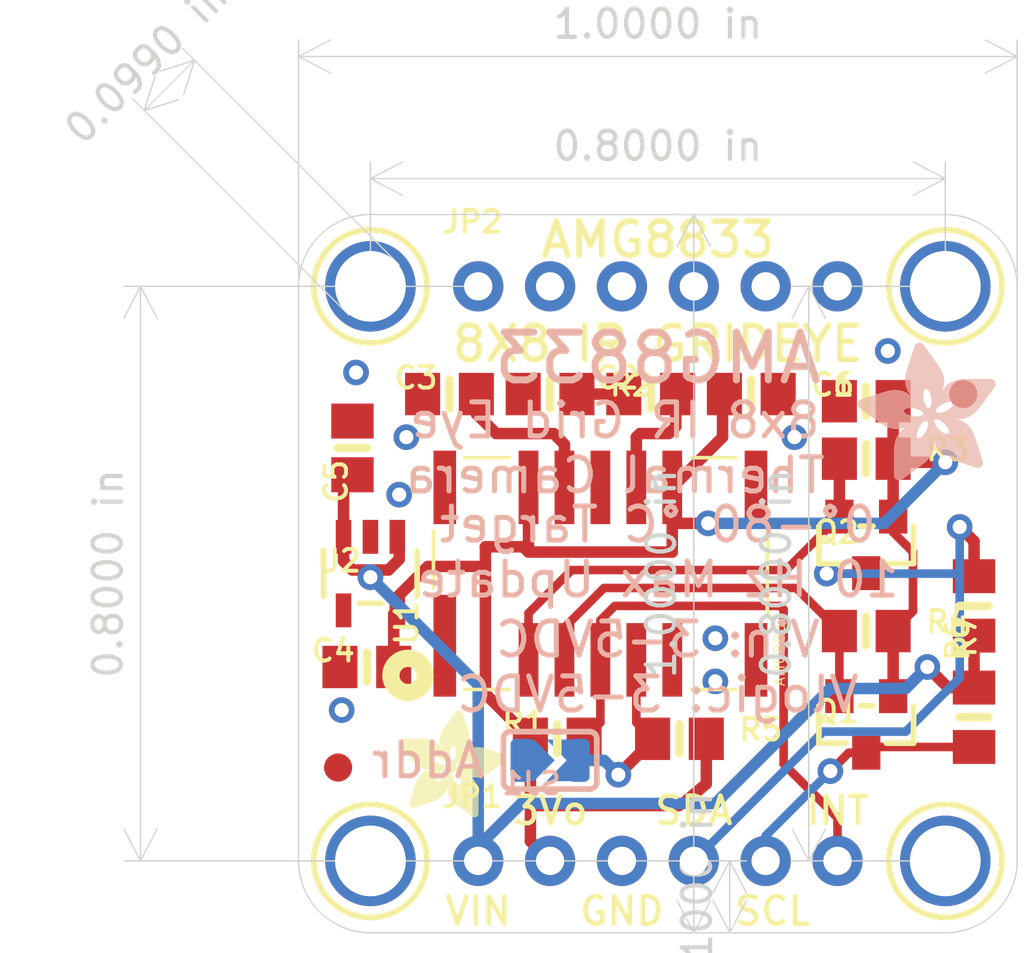
<source format=kicad_pcb>
(kicad_pcb (version 20171130) (host pcbnew "(5.1.5)-3")
  (layers (0 Top signal) (31 Bottom signal) (34 B.Paste user) (35 F.Paste user) (36 B.SilkS user) (37 F.SilkS user) (38 B.Mask user) (39 F.Mask user) (44 Edge.Cuts user))
  (net 0 "")
  (net 1 3.3V)
  (net 2 GND)
  (net 3 VIN)
  (net 4 "Net-(C3-Pad1)")
  (net 5 "Net-(U1-Pad11)")
  (net 6 "Net-(C2-Pad1)")
  (net 7 "Net-(R5-Pad1)")
  (net 8 /INT)
  (net 9 /SCL_3V)
  (net 10 /SDA_3V)
  (net 11 "Net-(C2-Pad2)")
  (net 12 /SDA)
  (net 13 /SCL)
  (net 14 "Net-(U2-Pad4)")
  (net 15 "Net-(JP2-Pad6)")
  (net 16 "Net-(JP2-Pad5)")
  (net 17 "Net-(JP2-Pad4)")
  (net 18 "Net-(JP2-Pad3)")
  (net 19 "Net-(JP2-Pad2)")
  (net 20 "Net-(JP2-Pad1)")
  (module AMG8833_REV-B:AMG8833 (layer Top) (at 152.054766 108.763849)
    (fp_text reference U1 (at -6.4 2.6 90) (layer F.SilkS) (effects (font (size 0.77216 0.77216) (thickness 0.138988)) (justify left bottom)))
    (fp_text value AMG8833 (at 6.554 4.013 90) (layer F.SilkS) (effects (font (size 0.38608 0.38608) (thickness 0.038608)) (justify left bottom)))
    (pad 13 smd rect (at -2.54 -3.05 90) (size 2.6 0.7) (layers Top F.Paste F.Mask) (net 1 3.3V))
    (pad 12 smd rect (at -1.27 -3.05 90) (size 2.6 0.7) (layers Top F.Paste F.Mask) (net 4 "Net-(C3-Pad1)"))
    (pad 11 smd rect (at 0 -3.05 90) (size 2.6 0.7) (layers Top F.Paste F.Mask) (net 5 "Net-(U1-Pad11)"))
    (pad 10 smd rect (at 1.27 -3.05 90) (size 2.6 0.7) (layers Top F.Paste F.Mask) (net 6 "Net-(C2-Pad1)"))
    (pad 9 smd rect (at 2.54 -3.05 90) (size 2.6 0.7) (layers Top F.Paste F.Mask) (net 1 3.3V))
    (pad 6 smd rect (at 2.54 3.05 90) (size 2.6 0.7) (layers Top F.Paste F.Mask) (net 2 GND))
    (pad 5 smd rect (at 1.27 3.05 90) (size 2.6 0.7) (layers Top F.Paste F.Mask) (net 7 "Net-(R5-Pad1)"))
    (pad 4 smd rect (at 0 3.05 90) (size 2.6 0.7) (layers Top F.Paste F.Mask) (net 8 /INT))
    (pad 3 smd rect (at -1.27 3.05 90) (size 2.6 0.7) (layers Top F.Paste F.Mask) (net 9 /SCL_3V))
    (pad 2 smd rect (at -2.54 3.05 90) (size 2.6 0.7) (layers Top F.Paste F.Mask) (net 10 /SDA_3V))
    (pad 1 smd rect (at -5.5 2.55 90) (size 3.6 0.8) (layers Top F.Paste F.Mask))
    (pad 7 smd rect (at 5.5 3.05 90) (size 2.6 0.8) (layers Top F.Paste F.Mask))
    (pad 14 smd rect (at -5.5 -3.05 90) (size 2.6 0.8) (layers Top F.Paste F.Mask))
    (pad 8 smd rect (at 5.5 -3.05 90) (size 2.6 0.8) (layers Top F.Paste F.Mask))
  )
  (module AMG8833_REV-B:SOLDERJUMPER_ARROW_NOPASTE (layer Bottom) (at 150.276766 115.367849)
    (fp_text reference SJ1 (at -1.778 1.27) (layer B.SilkS) (effects (font (size 0.77216 0.77216) (thickness 0.138988)) (justify right bottom mirror)))
    (fp_text value ADDR)
    (fp_poly (pts (xy -0.127 0.7366) (xy 0.5842 0) (xy -0.127 -0.7366) (xy 1.143 -0.7366) (xy 1.143 0.7366)) (layer Bottom) (width 0))
    (fp_poly (pts (xy -1.143 0.7366) (xy -0.5715 0.7366) (xy 0.1651 0) (xy -0.5715 -0.7366) (xy -1.143 -0.7366)) (layer Bottom) (width 0))
    (pad 2 smd roundrect (at 1.016 0) (size 0.762 1.524) (layers Bottom B.Mask) (net 7 "Net-(R5-Pad1)"))
    (pad 1 smd roundrect (at -1.016 0) (size 0.762 1.524) (layers Bottom B.Mask) (net 2 GND))
  )
  (module AMG8833_REV-B:0805-NO (layer Top) (at 161.452766 102.667849 180)
    (fp_text reference C1 (at 2.032 0.127) (layer F.SilkS) (effects (font (size 0.77216 0.77216) (thickness 0.138988)) (justify left bottom)))
    (fp_text value 10uF)
    (pad 2 smd rect (at 0.95 0 180) (size 1.24 1.5) (layers Top F.Paste F.Mask) (net 2 GND))
    (pad 1 smd rect (at -0.95 0 180) (size 1.24 1.5) (layers Top F.Paste F.Mask) (net 1 3.3V))
  )
  (module AMG8833_REV-B:0805-NO (layer Top) (at 153.832766 102.413849 180)
    (fp_text reference C2 (at 2.032 0.127) (layer F.SilkS) (effects (font (size 0.77216 0.77216) (thickness 0.138988)) (justify left bottom)))
    (fp_text value 1uF)
    (pad 2 smd rect (at 0.95 0 180) (size 1.24 1.5) (layers Top F.Paste F.Mask) (net 11 "Net-(C2-Pad2)"))
    (pad 1 smd rect (at -0.95 0 180) (size 1.24 1.5) (layers Top F.Paste F.Mask) (net 6 "Net-(C2-Pad1)"))
  )
  (module AMG8833_REV-B:0805-NO (layer Top) (at 146.720766 102.413849 180)
    (fp_text reference C3 (at 2.032 0.127) (layer F.SilkS) (effects (font (size 0.77216 0.77216) (thickness 0.138988)) (justify left bottom)))
    (fp_text value 2.2uF)
    (pad 2 smd rect (at 0.95 0 180) (size 1.24 1.5) (layers Top F.Paste F.Mask) (net 2 GND))
    (pad 1 smd rect (at -0.95 0 180) (size 1.24 1.5) (layers Top F.Paste F.Mask) (net 4 "Net-(C3-Pad1)"))
  )
  (module AMG8833_REV-B:0805-NO (layer Top) (at 150.276766 102.413849)
    (fp_text reference R2 (at 2.032 0.127) (layer F.SilkS) (effects (font (size 0.77216 0.77216) (thickness 0.138988)) (justify left bottom)))
    (fp_text value 22)
    (pad 2 smd rect (at 0.95 0) (size 1.24 1.5) (layers Top F.Paste F.Mask) (net 11 "Net-(C2-Pad2)"))
    (pad 1 smd rect (at -0.95 0) (size 1.24 1.5) (layers Top F.Paste F.Mask) (net 2 GND))
  )
  (module AMG8833_REV-B:0805-NO (layer Top) (at 161.452766 104.699849)
    (fp_text reference R3 (at 2.032 0.127) (layer F.SilkS) (effects (font (size 0.77216 0.77216) (thickness 0.138988)) (justify left bottom)))
    (fp_text value 10K)
    (pad 2 smd rect (at 0.95 0) (size 1.24 1.5) (layers Top F.Paste F.Mask) (net 1 3.3V))
    (pad 1 smd rect (at -0.95 0) (size 1.24 1.5) (layers Top F.Paste F.Mask) (net 10 /SDA_3V))
  )
  (module AMG8833_REV-B:0805-NO (layer Top) (at 161.452766 110.795849)
    (fp_text reference R4 (at 2.032 0.127) (layer F.SilkS) (effects (font (size 0.77216 0.77216) (thickness 0.138988)) (justify left bottom)))
    (fp_text value 10K)
    (pad 2 smd rect (at 0.95 0) (size 1.24 1.5) (layers Top F.Paste F.Mask) (net 1 3.3V))
    (pad 1 smd rect (at -0.95 0) (size 1.24 1.5) (layers Top F.Paste F.Mask) (net 9 /SCL_3V))
  )
  (module AMG8833_REV-B:0805-NO (layer Top) (at 150.530766 114.605849 180)
    (fp_text reference R1 (at 2.032 0.127) (layer F.SilkS) (effects (font (size 0.77216 0.77216) (thickness 0.138988)) (justify left bottom)))
    (fp_text value 10K)
    (pad 2 smd rect (at 0.95 0 180) (size 1.24 1.5) (layers Top F.Paste F.Mask) (net 1 3.3V))
    (pad 1 smd rect (at -0.95 0 180) (size 1.24 1.5) (layers Top F.Paste F.Mask) (net 8 /INT))
  )
  (module AMG8833_REV-B:0805-NO (layer Top) (at 154.848766 114.605849)
    (fp_text reference R5 (at 2.032 0.127) (layer F.SilkS) (effects (font (size 0.77216 0.77216) (thickness 0.138988)) (justify left bottom)))
    (fp_text value 10K)
    (pad 2 smd rect (at 0.95 0) (size 1.24 1.5) (layers Top F.Paste F.Mask) (net 1 3.3V))
    (pad 1 smd rect (at -0.95 0) (size 1.24 1.5) (layers Top F.Paste F.Mask) (net 7 "Net-(R5-Pad1)"))
  )
  (module AMG8833_REV-B:0805_10MGAP (layer Top) (at 165.262766 109.906849 270)
    (fp_text reference R6 (at 2.032 0.127 90) (layer F.SilkS) (effects (font (size 0.77216 0.77216) (thickness 0.138988)) (justify left bottom)))
    (fp_text value 10K)
    (pad 2 smd rect (at 1.05 0 270) (size 1.2 1.5) (layers Top F.Paste F.Mask) (net 3 VIN))
    (pad 1 smd rect (at -1.05 0 270) (size 1.2 1.5) (layers Top F.Paste F.Mask) (net 12 /SDA))
  )
  (module AMG8833_REV-B:0805_10MGAP (layer Top) (at 165.262766 113.843849 90)
    (fp_text reference R7 (at 2.032 0.127 90) (layer F.SilkS) (effects (font (size 0.77216 0.77216) (thickness 0.138988)) (justify left bottom)))
    (fp_text value 10K)
    (pad 2 smd rect (at 1.05 0 90) (size 1.2 1.5) (layers Top F.Paste F.Mask) (net 3 VIN))
    (pad 1 smd rect (at -1.05 0 90) (size 1.2 1.5) (layers Top F.Paste F.Mask) (net 13 /SCL))
  )
  (module AMG8833_REV-B:SOT23-5 (layer Top) (at 143.926766 108.763849 180)
    (fp_text reference U2 (at 1.978 0) (layer F.SilkS) (effects (font (size 0.77216 0.77216) (thickness 0.138988)) (justify left bottom)))
    (fp_text value mic5225-3.3)
    (pad 5 smd rect (at -0.95 -1.3001 180) (size 0.55 1.2) (layers Top F.Paste F.Mask) (net 1 3.3V))
    (pad 4 smd rect (at 0.95 -1.3001 180) (size 0.55 1.2) (layers Top F.Paste F.Mask) (net 14 "Net-(U2-Pad4)"))
    (pad 3 smd rect (at 0.95 1.3001 180) (size 0.55 1.2) (layers Top F.Paste F.Mask) (net 3 VIN))
    (pad 2 smd rect (at 0 1.3001 180) (size 0.55 1.2) (layers Top F.Paste F.Mask) (net 2 GND))
    (pad 1 smd rect (at -0.95 1.3001 180) (size 0.55 1.2) (layers Top F.Paste F.Mask) (net 3 VIN))
  )
  (module AMG8833_REV-B:0805-NO (layer Top) (at 143.291766 104.318849 270)
    (fp_text reference C5 (at 2.032 0.127 90) (layer F.SilkS) (effects (font (size 0.77216 0.77216) (thickness 0.138988)) (justify left bottom)))
    (fp_text value 10uF)
    (pad 2 smd rect (at 0.95 0 270) (size 1.24 1.5) (layers Top F.Paste F.Mask) (net 3 VIN))
    (pad 1 smd rect (at -0.95 0 270) (size 1.24 1.5) (layers Top F.Paste F.Mask) (net 2 GND))
  )
  (module AMG8833_REV-B:1X06_ROUND_70 (layer Top) (at 154.086766 118.923849)
    (fp_text reference JP1 (at -7.6962 -1.8288) (layer F.SilkS) (effects (font (size 0.77216 0.77216) (thickness 0.138988)) (justify left bottom)))
    (fp_text value HEADER-1X670MIL)
    (pad 6 thru_hole circle (at 6.35 0 90) (size 1.778 1.778) (drill 1) (layers *.Cu *.Mask) (net 8 /INT))
    (pad 5 thru_hole circle (at 3.81 0 90) (size 1.778 1.778) (drill 1) (layers *.Cu *.Mask) (net 13 /SCL))
    (pad 4 thru_hole circle (at 1.27 0 90) (size 1.778 1.778) (drill 1) (layers *.Cu *.Mask) (net 12 /SDA))
    (pad 3 thru_hole circle (at -1.27 0 90) (size 1.778 1.778) (drill 1) (layers *.Cu *.Mask) (net 2 GND))
    (pad 2 thru_hole circle (at -3.81 0 90) (size 1.778 1.778) (drill 1) (layers *.Cu *.Mask) (net 1 3.3V))
    (pad 1 thru_hole circle (at -6.35 0 90) (size 1.778 1.778) (drill 1) (layers *.Cu *.Mask) (net 3 VIN))
  )
  (module AMG8833_REV-B:FIDUCIAL_1MM (layer Top) (at 164.881766 102.413849)
    (fp_text reference FID2 hide)
    (fp_text value FIDUCIAL_1MM hide)
    (pad 1 smd roundrect (at 0 0) (size 1 1) (layers Top F.Mask) (roundrect_rratio 0.5))
  )
  (module AMG8833_REV-B:FIDUCIAL_1MM (layer Top) (at 142.783766 115.621849)
    (fp_text reference FID3 hide)
    (fp_text value FIDUCIAL_1MM hide)
    (pad 1 smd roundrect (at 0 0) (size 1 1) (layers Top F.Mask) (roundrect_rratio 0.5))
  )
  (module AMG8833_REV-B:MOUNTINGHOLE_2.5_PLATED (layer Top) (at 164.246766 118.923849)
    (fp_text reference U$16 hide)
    (fp_text value MOUNTINGHOLE2.5 hide)
    (pad P$1 thru_hole circle (at 0 0) (size 3.2 3.2) (drill 2.5) (layers *.Cu *.Mask))
  )
  (module AMG8833_REV-B:MOUNTINGHOLE_2.5_PLATED (layer Top) (at 143.926766 98.603849)
    (fp_text reference U$17 hide)
    (fp_text value MOUNTINGHOLE2.5 hide)
    (pad P$1 thru_hole circle (at 0 0) (size 3.2 3.2) (drill 2.5) (layers *.Cu *.Mask))
  )
  (module AMG8833_REV-B:MOUNTINGHOLE_2.5_PLATED (layer Top) (at 164.246766 98.603849)
    (fp_text reference U$18 hide)
    (fp_text value MOUNTINGHOLE2.5 hide)
    (pad P$1 thru_hole circle (at 0 0) (size 3.2 3.2) (drill 2.5) (layers *.Cu *.Mask))
  )
  (module AMG8833_REV-B:MOUNTINGHOLE_2.5_PLATED (layer Top) (at 143.926766 118.923849)
    (fp_text reference U$19 hide)
    (fp_text value MOUNTINGHOLE2.5 hide)
    (pad P$1 thru_hole circle (at 0 0) (size 3.2 3.2) (drill 2.5) (layers *.Cu *.Mask))
  )
  (module AMG8833_REV-B:0805-NO (layer Top) (at 143.799766 112.065849 180)
    (fp_text reference C4 (at 2.032 0.127) (layer F.SilkS) (effects (font (size 0.77216 0.77216) (thickness 0.138988)) (justify left bottom)))
    (fp_text value 10uF)
    (pad 2 smd rect (at 0.95 0 180) (size 1.24 1.5) (layers Top F.Paste F.Mask) (net 2 GND))
    (pad 1 smd rect (at -0.95 0 180) (size 1.24 1.5) (layers Top F.Paste F.Mask) (net 1 3.3V))
  )
  (module AMG8833_REV-B:SOT23-WIDE (layer Top) (at 161.452766 107.747849 180)
    (fp_text reference Q2 (at 1.905 0) (layer F.SilkS) (effects (font (size 0.77216 0.77216) (thickness 0.138988)) (justify left bottom)))
    (fp_text value BSS138)
    (pad 1 smd rect (at -0.95 1 180) (size 1 1.2) (layers Top F.Paste F.Mask) (net 1 3.3V))
    (pad 2 smd rect (at 0.95 1 180) (size 1 1.2) (layers Top F.Paste F.Mask) (net 10 /SDA_3V))
    (pad 3 smd rect (at 0 -1 180) (size 1 1.2) (layers Top F.Paste F.Mask) (net 12 /SDA))
  )
  (module AMG8833_REV-B:SOT23-WIDE (layer Top) (at 161.452766 114.097849 180)
    (fp_text reference Q1 (at 1.905 0) (layer F.SilkS) (effects (font (size 0.77216 0.77216) (thickness 0.138988)) (justify left bottom)))
    (fp_text value BSS138)
    (pad 1 smd rect (at -0.95 1 180) (size 1 1.2) (layers Top F.Paste F.Mask) (net 1 3.3V))
    (pad 2 smd rect (at 0.95 1 180) (size 1 1.2) (layers Top F.Paste F.Mask) (net 9 /SCL_3V))
    (pad 3 smd rect (at 0 -1 180) (size 1 1.2) (layers Top F.Paste F.Mask) (net 13 /SCL))
  )
  (module AMG8833_REV-B:0805-NO (layer Top) (at 157.388766 102.413849)
    (fp_text reference C6 (at 2.032 0.127) (layer F.SilkS) (effects (font (size 0.77216 0.77216) (thickness 0.138988)) (justify left bottom)))
    (fp_text value 0.1uF)
    (pad 2 smd rect (at 0.95 0) (size 1.24 1.5) (layers Top F.Paste F.Mask) (net 2 GND))
    (pad 1 smd rect (at -0.95 0) (size 1.24 1.5) (layers Top F.Paste F.Mask) (net 1 3.3V))
  )
  (module AMG8833_REV-B:1X06_ROUND_70 (layer Top) (at 154.086766 98.603849)
    (fp_text reference JP2 (at -7.6962 -1.8288) (layer F.SilkS) (effects (font (size 0.77216 0.77216) (thickness 0.146304)) (justify left bottom)))
    (fp_text value HEADER-1X670MIL)
    (pad 6 thru_hole circle (at 6.35 0 90) (size 1.778 1.778) (drill 1) (layers *.Cu *.Mask) (net 15 "Net-(JP2-Pad6)"))
    (pad 5 thru_hole circle (at 3.81 0 90) (size 1.778 1.778) (drill 1) (layers *.Cu *.Mask) (net 16 "Net-(JP2-Pad5)"))
    (pad 4 thru_hole circle (at 1.27 0 90) (size 1.778 1.778) (drill 1) (layers *.Cu *.Mask) (net 17 "Net-(JP2-Pad4)"))
    (pad 3 thru_hole circle (at -1.27 0 90) (size 1.778 1.778) (drill 1) (layers *.Cu *.Mask) (net 18 "Net-(JP2-Pad3)"))
    (pad 2 thru_hole circle (at -3.81 0 90) (size 1.778 1.778) (drill 1) (layers *.Cu *.Mask) (net 19 "Net-(JP2-Pad2)"))
    (pad 1 thru_hole circle (at -6.35 0 90) (size 1.778 1.778) (drill 1) (layers *.Cu *.Mask) (net 20 "Net-(JP2-Pad1)"))
  )
  (module AMG8833_REV-B:ADAFRUIT_5MM (layer Bottom) (at 166.024766 105.461849 180)
    (fp_text reference U$28 hide)
    (fp_text value "" hide)
  )
  (module AMG8833_REV-B:ADAFRUIT_3.5MM (layer Top) (at 144.942766 117.399849)
    (fp_text reference U$21 hide)
    (fp_text value "" hide)
  )
  (gr_line (start 141.386766 118.923849) (end 141.386766 98.603849) (layer Edge.Cuts) (width 0.05))
  (gr_arc (start 143.926766 98.603849) (end 141.386766 98.603849) (angle 90) (layer Edge.Cuts) (width 0.05))
  (gr_line (start 143.926766 96.063849) (end 164.246766 96.063849) (layer Edge.Cuts) (width 0.05))
  (gr_arc (start 164.246766 98.603849) (end 164.246766 96.063849) (angle 90) (layer Edge.Cuts) (width 0.05))
  (gr_line (start 166.786766 98.603849) (end 166.786766 118.923849) (layer Edge.Cuts) (width 0.05))
  (gr_arc (start 164.246766 118.923849) (end 166.786766 118.923849) (angle 90) (layer Edge.Cuts) (width 0.05))
  (gr_line (start 164.246766 121.463849) (end 143.926766 121.463849) (layer Edge.Cuts) (width 0.05))
  (gr_arc (start 143.926766 118.923849) (end 143.926766 121.463849) (angle 90) (layer Edge.Cuts) (width 0.05))
  (gr_text "8X8 IR GRIDEYE" (at 154.086766 100.635849) (layer F.SilkS) (effects (font (size 1.2065 1.2065) (thickness 0.2032))))
  (gr_text VIN (at 147.736766 120.701849) (layer F.SilkS) (effects (font (size 0.9652 0.9652) (thickness 0.16256))))
  (gr_text 3Vo (at 150.276766 117.145849) (layer F.SilkS) (effects (font (size 0.9652 0.9652) (thickness 0.16256))))
  (gr_text GND (at 152.816766 120.701849) (layer F.SilkS) (effects (font (size 0.9652 0.9652) (thickness 0.16256))))
  (gr_text SDA (at 155.356766 117.145849) (layer F.SilkS) (effects (font (size 0.9652 0.9652) (thickness 0.16256))))
  (gr_text SCL (at 158.150766 120.701849) (layer F.SilkS) (effects (font (size 0.9652 0.9652) (thickness 0.16256))))
  (gr_text INT (at 160.436766 117.145849) (layer F.SilkS) (effects (font (size 0.9652 0.9652) (thickness 0.16256))))
  (gr_text AMG8833 (at 154.086766 96.952849) (layer F.SilkS) (effects (font (size 1.2065 1.2065) (thickness 0.2032))))
  (gr_text AMG8833 (at 154.086766 101.143849) (layer B.SilkS) (effects (font (size 1.6891 1.6891) (thickness 0.24892)) (justify mirror)))
  (gr_text "8x8 IR Grid Eye\nThermal Camera" (at 152.562766 104.318849) (layer B.SilkS) (effects (font (size 1.2065 1.2065) (thickness 0.1778)) (justify mirror)))
  (gr_text "0°-80 °C Target\n10 Hz Max Update" (at 154.086766 108.001849) (layer B.SilkS) (effects (font (size 1.2065 1.2065) (thickness 0.1778)) (justify mirror)))
  (gr_text "Vin: 3-5VDC\nVlogic: 3-5VDC" (at 154.086766 112.065849) (layer B.SilkS) (effects (font (size 1.2065 1.2065) (thickness 0.1778)) (justify mirror)))
  (gr_text Addr (at 145.958766 115.367849) (layer B.SilkS) (effects (font (size 1.2065 1.2065) (thickness 0.1778)) (justify mirror)))
  (dimension 20.32 (width 0.05) (layer Edge.Cuts) (gr_text "20.320 mm" (at 154.086766 93.593849) (layer Edge.Cuts) (effects (font (size 1 1) (thickness 0.15)))) (feature1 (pts (xy 164.246766 98.603849) (xy 164.246766 94.207428))) (feature2 (pts (xy 143.926766 98.603849) (xy 143.926766 94.207428))) (crossbar (pts (xy 143.926766 94.793849) (xy 164.246766 94.793849))) (arrow1a (pts (xy 164.246766 94.793849) (xy 163.120262 95.38027))) (arrow1b (pts (xy 164.246766 94.793849) (xy 163.120262 94.207428))) (arrow2a (pts (xy 143.926766 94.793849) (xy 145.05327 95.38027))) (arrow2b (pts (xy 143.926766 94.793849) (xy 145.05327 94.207428))))
  (dimension 25.4 (width 0.05) (layer Edge.Cuts) (gr_text "25.400 mm" (at 154.086766 89.275849) (layer Edge.Cuts) (effects (font (size 1 1) (thickness 0.15)))) (feature1 (pts (xy 166.786766 98.603849) (xy 166.786766 89.889428))) (feature2 (pts (xy 141.386766 98.603849) (xy 141.386766 89.889428))) (crossbar (pts (xy 141.386766 90.475849) (xy 166.786766 90.475849))) (arrow1a (pts (xy 166.786766 90.475849) (xy 165.660262 91.06227))) (arrow1b (pts (xy 166.786766 90.475849) (xy 165.660262 89.889428))) (arrow2a (pts (xy 141.386766 90.475849) (xy 142.51327 91.06227))) (arrow2b (pts (xy 141.386766 90.475849) (xy 142.51327 89.889428))))
  (dimension 20.32 (width 0.05) (layer Edge.Cuts) (gr_text "20.320 mm" (at 158.220766 108.763849 270) (layer Edge.Cuts) (effects (font (size 1 1) (thickness 0.15)))) (feature1 (pts (xy 164.246766 118.923849) (xy 158.834345 118.923849))) (feature2 (pts (xy 164.246766 98.603849) (xy 158.834345 98.603849))) (crossbar (pts (xy 159.420766 98.603849) (xy 159.420766 118.923849))) (arrow1a (pts (xy 159.420766 118.923849) (xy 158.834345 117.797345))) (arrow1b (pts (xy 159.420766 118.923849) (xy 160.007187 117.797345))) (arrow2a (pts (xy 159.420766 98.603849) (xy 158.834345 99.730353))) (arrow2b (pts (xy 159.420766 98.603849) (xy 160.007187 99.730353))))
  (dimension 25.4 (width 0.05) (layer Edge.Cuts) (gr_text "25.400 mm" (at 154.156766 108.763849 270) (layer Edge.Cuts) (effects (font (size 1 1) (thickness 0.15)))) (feature1 (pts (xy 164.246766 121.463849) (xy 154.770345 121.463849))) (feature2 (pts (xy 164.246766 96.063849) (xy 154.770345 96.063849))) (crossbar (pts (xy 155.356766 96.063849) (xy 155.356766 121.463849))) (arrow1a (pts (xy 155.356766 121.463849) (xy 154.770345 120.337345))) (arrow1b (pts (xy 155.356766 121.463849) (xy 155.943187 120.337345))) (arrow2a (pts (xy 155.356766 96.063849) (xy 154.770345 97.190353))) (arrow2b (pts (xy 155.356766 96.063849) (xy 155.943187 97.190353))))
  (dimension 2.514472 (width 0.05) (layer Edge.Cuts) (gr_text "2.514 mm" (at 135.972623 90.649706 45) (layer Edge.Cuts) (effects (font (size 1 1) (thickness 0.15)))) (feature1 (pts (xy 144.942766 97.841849) (xy 137.295489 90.194572))) (feature2 (pts (xy 143.164766 99.619849) (xy 135.517489 91.972572))) (crossbar (pts (xy 135.932151 92.387234) (xy 137.710151 90.609234))) (arrow1a (pts (xy 137.710151 90.609234) (xy 137.328255 91.820455))) (arrow1b (pts (xy 137.710151 90.609234) (xy 136.49893 90.99113))) (arrow2a (pts (xy 135.932151 92.387234) (xy 137.143372 92.005338))) (arrow2b (pts (xy 135.932151 92.387234) (xy 136.314047 91.176013))))
  (dimension 2.54 (width 0.05) (layer Edge.Cuts) (gr_text "2.540 mm" (at 157.826766 120.193849 270) (layer Edge.Cuts) (effects (font (size 1 1) (thickness 0.15)))) (feature1 (pts (xy 147.736766 121.463849) (xy 157.213187 121.463849))) (feature2 (pts (xy 147.736766 118.923849) (xy 157.213187 118.923849))) (crossbar (pts (xy 156.626766 118.923849) (xy 156.626766 121.463849))) (arrow1a (pts (xy 156.626766 121.463849) (xy 156.040345 120.337345))) (arrow1b (pts (xy 156.626766 121.463849) (xy 157.213187 120.337345))) (arrow2a (pts (xy 156.626766 118.923849) (xy 156.040345 120.050353))) (arrow2b (pts (xy 156.626766 118.923849) (xy 157.213187 120.050353))))
  (dimension 20.32 (width 0.05) (layer Edge.Cuts) (gr_text "20.320 mm" (at 134.598766 108.763849 90) (layer Edge.Cuts) (effects (font (size 1 1) (thickness 0.15)))) (feature1 (pts (xy 147.736766 98.603849) (xy 135.212345 98.603849))) (feature2 (pts (xy 147.736766 118.923849) (xy 135.212345 118.923849))) (crossbar (pts (xy 135.798766 118.923849) (xy 135.798766 98.603849))) (arrow1a (pts (xy 135.798766 98.603849) (xy 136.385187 99.730353))) (arrow1b (pts (xy 135.798766 98.603849) (xy 135.212345 99.730353))) (arrow2a (pts (xy 135.798766 118.923849) (xy 136.385187 117.797345))) (arrow2b (pts (xy 135.798766 118.923849) (xy 135.212345 117.797345))))
  (segment (start 160.502766 104.699849) (end 160.502766 106.747849) (width 0.4064) (layer Top) (net 10))
  (segment (start 149.514766 111.813849) (end 149.514766 110.160849) (width 0.3048) (layer Top) (net 10))
  (segment (start 149.514766 110.160849) (end 151.038766 108.636849) (width 0.3048) (layer Top) (net 10))
  (segment (start 151.038766 108.636849) (end 158.613766 108.636849) (width 0.3048) (layer Top) (net 10))
  (segment (start 158.613766 108.636849) (end 160.502766 106.747849) (width 0.3048) (layer Top) (net 10))
  (segment (start 154.594766 105.713849) (end 154.594766 106.985849) (width 0.4064) (layer Top) (net 1))
  (segment (start 154.594766 106.985849) (end 154.594766 108.001849) (width 0.4064) (layer Top) (net 1))
  (segment (start 154.594766 108.001849) (end 149.514766 108.001849) (width 0.4064) (layer Top) (net 1))
  (segment (start 149.514766 108.001849) (end 149.514766 105.713849) (width 0.4064) (layer Top) (net 1))
  (segment (start 147.990766 107.813849) (end 149.326766 107.813849) (width 0.4064) (layer Top) (net 1))
  (segment (start 149.326766 107.813849) (end 149.514766 108.001849) (width 0.4064) (layer Top) (net 1))
  (segment (start 154.594766 105.713849) (end 154.596766 105.713849) (width 0.4064) (layer Top) (net 1))
  (segment (start 154.596766 105.713849) (end 156.372766 103.937849) (width 0.4064) (layer Top) (net 1))
  (segment (start 156.372766 103.937849) (end 156.372766 102.733849) (width 0.4064) (layer Top) (net 1))
  (segment (start 156.372766 102.733849) (end 156.438766 102.413849) (width 0.4064) (layer Top) (net 1))
  (segment (start 156.372766 102.601849) (end 156.438766 102.413849) (width 0.4064) (layer Top) (net 1))
  (segment (start 150.276766 118.923849) (end 149.580766 118.227849) (width 0.4064) (layer Top) (net 1))
  (segment (start 149.580766 118.227849) (end 149.580766 117.018849) (width 0.4064) (layer Top) (net 1))
  (segment (start 149.580766 117.018849) (end 149.580766 114.605849) (width 0.4064) (layer Top) (net 1))
  (segment (start 149.580766 114.605849) (end 147.990766 113.015849) (width 0.4064) (layer Top) (net 1))
  (segment (start 147.990766 113.015849) (end 147.990766 108.509849) (width 0.4064) (layer Top) (net 1))
  (segment (start 147.990766 108.509849) (end 147.990766 107.813849) (width 0.4064) (layer Top) (net 1))
  (segment (start 162.341766 102.606849) (end 162.402766 102.667849) (width 0.4064) (layer Top) (net 1))
  (segment (start 162.402766 102.667849) (end 162.402766 104.699849) (width 0.4064) (layer Top) (net 1))
  (segment (start 162.402766 104.699849) (end 162.402766 105.207849) (width 0.4064) (layer Top) (net 1))
  (segment (start 162.402766 105.207849) (end 162.402766 106.747849) (width 0.4064) (layer Top) (net 1))
  (segment (start 162.402766 110.795849) (end 162.402766 113.097849) (width 0.4064) (layer Top) (net 1))
  (segment (start 155.798766 114.605849) (end 155.798766 116.195849) (width 0.4064) (layer Top) (net 1))
  (segment (start 155.798766 116.195849) (end 154.975766 116.891849) (width 0.4064) (layer Top) (net 1))
  (segment (start 162.402766 106.747849) (end 162.402766 107.300849) (width 0.3048) (layer Top) (net 1))
  (segment (start 162.402766 107.300849) (end 163.103766 108.001849) (width 0.3048) (layer Top) (net 1))
  (segment (start 163.103766 108.001849) (end 163.103766 110.094849) (width 0.3048) (layer Top) (net 1))
  (segment (start 163.103766 110.094849) (end 162.402766 110.795849) (width 0.3048) (layer Top) (net 1))
  (segment (start 154.975766 116.891849) (end 154.848766 117.018849) (width 0.3048) (layer Top) (net 1))
  (segment (start 154.848766 117.018849) (end 149.580766 117.018849) (width 0.3048) (layer Top) (net 1))
  (segment (start 154.594766 106.985849) (end 155.864766 106.985849) (width 0.4064) (layer Top) (net 1))
  (via (at 155.864766 106.985849) (size 0.9064) (drill 0.5) (layers Top Bottom) (net 1))
  (segment (start 155.864766 106.985849) (end 162.087766 106.985849) (width 0.4064) (layer Bottom) (net 1))
  (segment (start 162.087766 106.985849) (end 164.246766 104.826849) (width 0.4064) (layer Bottom) (net 1))
  (via (at 164.246766 104.826849) (size 0.9064) (drill 0.5) (layers Top Bottom) (net 1))
  (segment (start 164.246766 104.826849) (end 162.783766 104.826849) (width 0.4064) (layer Top) (net 1))
  (segment (start 162.783766 104.826849) (end 162.402766 105.207849) (width 0.4064) (layer Top) (net 1))
  (segment (start 144.876766 110.063949) (end 144.876766 109.591849) (width 0.4064) (layer Top) (net 1))
  (segment (start 144.876766 109.591849) (end 145.958766 108.509849) (width 0.4064) (layer Top) (net 1))
  (segment (start 145.958766 108.509849) (end 147.990766 108.509849) (width 0.4064) (layer Top) (net 1))
  (segment (start 144.876766 110.063949) (end 144.749766 110.190949) (width 0.4064) (layer Top) (net 1))
  (segment (start 144.749766 110.190949) (end 144.749766 112.065849) (width 0.4064) (layer Top) (net 1))
  (segment (start 160.502766 113.097849) (end 160.502766 110.795849) (width 0.3048) (layer Top) (net 9))
  (segment (start 150.784766 111.813849) (end 150.784766 110.668849) (width 0.3048) (layer Top) (net 9))
  (segment (start 150.784766 110.668849) (end 152.181766 109.271849) (width 0.3048) (layer Top) (net 9))
  (segment (start 152.181766 109.271849) (end 158.978766 109.271849) (width 0.3048) (layer Top) (net 9))
  (segment (start 158.978766 109.271849) (end 160.502766 110.795849) (width 0.3048) (layer Top) (net 9))
  (segment (start 152.054766 111.813849) (end 152.054766 114.031849) (width 0.3048) (layer Top) (net 8))
  (segment (start 152.054766 114.031849) (end 151.480766 114.605849) (width 0.3048) (layer Top) (net 8))
  (segment (start 160.436766 118.923849) (end 160.436766 117.399849) (width 0.3048) (layer Top) (net 8))
  (segment (start 160.436766 117.399849) (end 158.531766 115.494849) (width 0.3048) (layer Top) (net 8))
  (segment (start 158.531766 115.494849) (end 158.531766 110.033849) (width 0.3048) (layer Top) (net 8))
  (segment (start 158.531766 110.033849) (end 158.404766 109.906849) (width 0.3048) (layer Top) (net 8))
  (segment (start 158.404766 109.906849) (end 152.562766 109.906849) (width 0.3048) (layer Top) (net 8))
  (segment (start 152.562766 109.906849) (end 152.054766 110.414849) (width 0.3048) (layer Top) (net 8))
  (segment (start 152.054766 110.414849) (end 152.054766 111.813849) (width 0.3048) (layer Top) (net 8))
  (segment (start 153.324766 111.813849) (end 153.324766 114.031849) (width 0.3048) (layer Top) (net 7))
  (segment (start 153.324766 114.031849) (end 153.898766 114.605849) (width 0.3048) (layer Top) (net 7))
  (via (at 152.689766 115.875849) (size 0.9064) (drill 0.5) (layers Top Bottom) (net 7))
  (segment (start 153.898766 114.920849) (end 153.898766 114.605849) (width 0.3048) (layer Top) (net 7))
  (segment (start 153.898766 114.920849) (end 153.644766 114.920849) (width 0.4064) (layer Top) (net 7))
  (segment (start 153.644766 114.920849) (end 152.689766 115.875849) (width 0.4064) (layer Top) (net 7))
  (segment (start 151.292766 115.367849) (end 152.181766 115.367849) (width 0.4064) (layer Bottom) (net 7))
  (segment (start 152.181766 115.367849) (end 152.689766 115.875849) (width 0.4064) (layer Bottom) (net 7))
  (via (at 143.418766 101.651849) (size 0.9064) (drill 0.5) (layers Top Bottom) (net 2))
  (via (at 156.118766 112.573849) (size 0.9064) (drill 0.5) (layers Top Bottom) (net 2))
  (via (at 142.910766 113.589849) (size 0.9064) (drill 0.5) (layers Top Bottom) (net 2))
  (via (at 144.942766 105.969849) (size 0.9064) (drill 0.5) (layers Top Bottom) (net 2))
  (via (at 145.196766 103.937849) (size 0.9064) (drill 0.5) (layers Top Bottom) (net 2))
  (via (at 156.118766 111.049849) (size 0.9064) (drill 0.5) (layers Top Bottom) (net 2))
  (via (at 158.912766 103.937849) (size 0.9064) (drill 0.5) (layers Top Bottom) (net 2))
  (via (at 162.214766 100.889849) (size 0.9064) (drill 0.5) (layers Top Bottom) (net 2))
  (segment (start 153.324766 105.713849) (end 153.324766 103.937849) (width 0.4064) (layer Top) (net 6))
  (segment (start 153.324766 103.937849) (end 153.451766 103.810849) (width 0.4064) (layer Top) (net 6))
  (segment (start 153.451766 103.810849) (end 154.467766 103.810849) (width 0.4064) (layer Top) (net 6))
  (segment (start 154.467766 103.810849) (end 154.721766 103.556849) (width 0.4064) (layer Top) (net 6))
  (segment (start 154.721766 103.556849) (end 154.721766 102.474849) (width 0.4064) (layer Top) (net 6))
  (segment (start 154.721766 102.474849) (end 154.782766 102.413849) (width 0.4064) (layer Top) (net 6))
  (segment (start 151.226766 102.413849) (end 152.882766 102.413849) (width 0.4064) (layer Top) (net 11))
  (segment (start 147.670766 102.413849) (end 147.670766 103.109849) (width 0.4064) (layer Top) (net 4))
  (segment (start 147.670766 103.109849) (end 148.371766 103.810849) (width 0.4064) (layer Top) (net 4))
  (segment (start 148.371766 103.810849) (end 150.403766 103.810849) (width 0.4064) (layer Top) (net 4))
  (segment (start 150.403766 103.810849) (end 150.784766 104.191849) (width 0.4064) (layer Top) (net 4))
  (segment (start 150.784766 104.191849) (end 150.784766 105.713849) (width 0.4064) (layer Top) (net 4))
  (segment (start 165.008766 107.366849) (end 164.754766 107.112849) (width 0.3048) (layer Top) (net 12))
  (via (at 164.754766 107.112849) (size 0.9064) (drill 0.5) (layers Top Bottom) (net 12))
  (segment (start 164.754766 107.112849) (end 164.754766 108.763849) (width 0.3048) (layer Bottom) (net 12))
  (segment (start 164.754766 108.763849) (end 164.754766 112.446849) (width 0.3048) (layer Bottom) (net 12))
  (segment (start 164.754766 112.446849) (end 162.849766 114.351849) (width 0.3048) (layer Bottom) (net 12))
  (segment (start 162.849766 114.351849) (end 159.928766 114.351849) (width 0.3048) (layer Bottom) (net 12))
  (segment (start 159.928766 114.351849) (end 155.356766 118.923849) (width 0.3048) (layer Bottom) (net 12))
  (segment (start 161.452766 108.747849) (end 161.436766 108.763849) (width 0.3048) (layer Top) (net 12))
  (segment (start 161.436766 108.763849) (end 160.055766 108.763849) (width 0.3048) (layer Top) (net 12))
  (via (at 160.055766 108.763849) (size 0.9064) (drill 0.5) (layers Top Bottom) (net 12))
  (segment (start 160.055766 108.763849) (end 164.754766 108.763849) (width 0.3048) (layer Bottom) (net 12))
  (segment (start 165.262766 108.856849) (end 165.262766 107.620849) (width 0.4064) (layer Top) (net 12))
  (segment (start 165.262766 107.620849) (end 164.754766 107.112849) (width 0.4064) (layer Top) (net 12))
  (segment (start 165.262766 114.893849) (end 161.656766 114.893849) (width 0.3048) (layer Top) (net 13))
  (segment (start 161.656766 114.893849) (end 161.452766 115.097849) (width 0.3048) (layer Top) (net 13))
  (segment (start 157.896766 118.923849) (end 157.896766 118.034849) (width 0.3048) (layer Bottom) (net 13))
  (segment (start 157.896766 118.034849) (end 160.182766 115.748849) (width 0.3048) (layer Bottom) (net 13))
  (via (at 160.182766 115.748849) (size 0.9064) (drill 0.5) (layers Top Bottom) (net 13))
  (segment (start 160.182766 115.748849) (end 160.833766 115.097849) (width 0.3048) (layer Top) (net 13))
  (segment (start 160.833766 115.097849) (end 161.452766 115.097849) (width 0.3048) (layer Top) (net 13))
  (segment (start 149.260766 116.891849) (end 156.118766 116.891849) (width 0.4064) (layer Bottom) (net 3))
  (segment (start 156.118766 116.891849) (end 160.182766 112.827849) (width 0.4064) (layer Bottom) (net 3))
  (segment (start 160.182766 112.827849) (end 162.849766 112.827849) (width 0.4064) (layer Bottom) (net 3))
  (segment (start 162.849766 112.827849) (end 163.611766 112.065849) (width 0.4064) (layer Bottom) (net 3))
  (via (at 163.611766 112.065849) (size 0.9064) (drill 0.5) (layers Top Bottom) (net 3))
  (segment (start 163.611766 112.065849) (end 164.339766 112.793849) (width 0.4064) (layer Top) (net 3))
  (segment (start 164.339766 112.793849) (end 165.262766 112.793849) (width 0.4064) (layer Top) (net 3))
  (segment (start 142.976766 107.463749) (end 142.976766 108.321849) (width 0.4064) (layer Top) (net 3))
  (segment (start 142.976766 108.321849) (end 143.291766 108.636849) (width 0.4064) (layer Top) (net 3))
  (segment (start 143.291766 108.636849) (end 144.180766 108.636849) (width 0.4064) (layer Top) (net 3))
  (segment (start 144.561766 108.636849) (end 144.942766 108.255849) (width 0.4064) (layer Top) (net 3))
  (segment (start 144.942766 108.255849) (end 144.942766 107.529749) (width 0.4064) (layer Top) (net 3))
  (segment (start 144.942766 107.529749) (end 144.876766 107.463749) (width 0.4064) (layer Top) (net 3))
  (segment (start 149.260766 116.891849) (end 147.736766 118.415849) (width 0.4064) (layer Bottom) (net 3))
  (segment (start 147.736766 118.415849) (end 147.736766 118.923849) (width 0.4064) (layer Bottom) (net 3))
  (segment (start 142.976766 107.463749) (end 142.976766 105.583849) (width 0.4064) (layer Top) (net 3))
  (segment (start 142.976766 105.583849) (end 143.291766 105.268849) (width 0.4064) (layer Top) (net 3))
  (segment (start 144.561766 108.636849) (end 144.180766 108.636849) (width 0.4064) (layer Top) (net 3))
  (segment (start 144.180766 108.636849) (end 143.926766 108.890849) (width 0.4064) (layer Top) (net 3))
  (via (at 143.926766 108.890849) (size 0.9064) (drill 0.5) (layers Top Bottom) (net 3))
  (segment (start 143.926766 108.890849) (end 147.736766 112.700849) (width 0.4064) (layer Bottom) (net 3))
  (segment (start 147.736766 112.700849) (end 147.736766 118.923849) (width 0.4064) (layer Bottom) (net 3))
  (segment (start 165.262766 110.956849) (end 165.262766 112.793849) (width 0.4064) (layer Top) (net 3))
)
</source>
